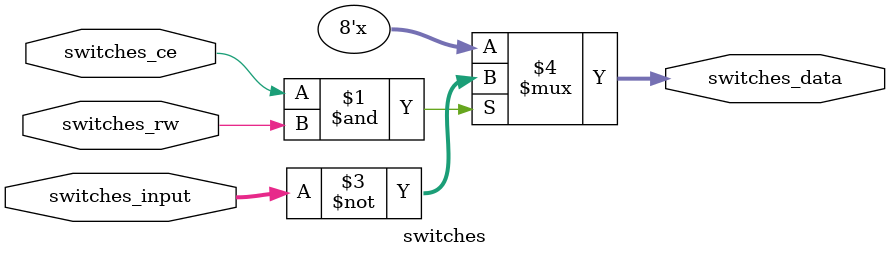
<source format=v>
/*
 * NAME
 * ----
 *
 *   switches - bussed input switches
 *
 * DESCRIPTION
 * -----------
 * 
 * Switch input module suitable for use with a "bus"
 * consisting of address, data and control lines.
 *
 * Any time it is enabled and the control is for a read (rw = 1)
 * it assigns the switch values on to the bus ('data').
 * Othwise the data output is high z.
 *
 * The address is not used since this is in effect taken
 * care of with the chip enable (ce high).
 *
 * AUTHOR
 * ------
 *
 * Jeremiah Mahler <jmmahler@gmail.com>
 *
 */

module switches(
	input wire switches_ce, // chip enable active high
	output wire [8:1] switches_data,
	input wire switches_rw, // read = 1, write = 0  (control)
	input wire [8:1] switches_input);

	// If enabled (ce == 1) and the control signal is read (rw = 1)
	// assign the switch data, otherwise set to high z.
	assign switches_data = ((switches_ce & switches_rw) == 1'b1) ? (~switches_input) : 8'bz;
    // The input switch values are inverted to compensate for
    // hardware (pull up/down) which is inverted.
endmodule

</source>
